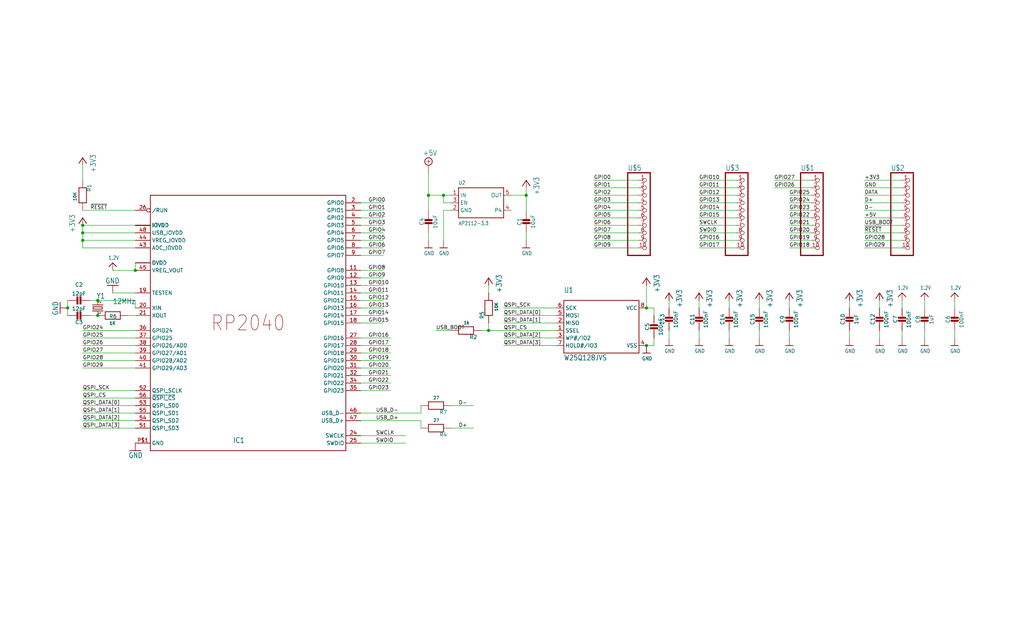
<source format=kicad_sch>
(kicad_sch (version 20230121) (generator eeschema)
  (paper "User" 346.024 210.007)
  (lib_symbols
    (symbol "RP2040Breakout-eagle-import:+3V3" (power)
      (property "Value" "+3V3" (at -2.54 -5.08 90))
      (symbol "+3V3_1_0"
        (polyline (pts (xy 0 0) (xy -1.27 -1.905)) (stroke (width 0.254)))
        (polyline (pts (xy 1.27 -1.905) (xy 0 0)) (stroke (width 0.254)))
        (pin power_in line (at 0 -2.54 90) (length 2.54) (name "+3V3") (number "1"))
      )
    )
    (symbol "RP2040Breakout-eagle-import:+5V" (power)
      (property "Value" "+5V" (at -1.905 3.175 0))
      (symbol "+5V_1_0"
        (polyline (pts (xy -0.635 1.27) (xy 0.635 1.27)) (stroke (width 0.1524)))
        (polyline (pts (xy 0 0.635) (xy 0 1.905)) (stroke (width 0.1524)))
        (circle (center 0 1.27) (radius 1.27) (stroke (width 0.254)))
        (pin power_in line (at 0 -2.54 90) (length 2.54) (name "+5V") (number "1"))
      )
    )
    (symbol "RP2040Breakout-eagle-import:1.2V" (power)
      (property "Value" "1.2V" (at -1.524 1.016 0))
      (symbol "1.2V_1_0"
        (polyline (pts (xy -1.27 -1.27) (xy 0 0)) (stroke (width 0.254)))
        (polyline (pts (xy 0 0) (xy 1.27 -1.27)) (stroke (width 0.254)))
        (pin power_in line (at 0 -2.54 90) (length 2.54) (name "1.2V") (number "1"))
      )
    )
    (symbol "RP2040Breakout-eagle-import:CAP_CERAMIC_0402NO"
      (property "Reference" "C" (at -2.29 1.25 90))
      (symbol "CAP_CERAMIC_0402NO_1_0"
        (rectangle (start -1.27 0.508) (end 1.27 1.016) (fill (type outline)))
        (rectangle (start -1.27 1.524) (end 1.27 2.032) (fill (type outline)))
        (polyline (pts (xy 0 0.762) (xy 0 0)) (stroke (width 0.1524)))
        (polyline (pts (xy 0 2.54) (xy 0 1.778)) (stroke (width 0.1524)))
        (pin passive line (at 0 5.08 270) (length 2.54) (name "1") (number "1"))
        (pin passive line (at 0 -2.54 90) (length 2.54) (name "2") (number "2"))
      )
    )
    (symbol "RP2040Breakout-eagle-import:CAP_CERAMIC_0805MP"
      (property "Reference" "C" (at -2.29 1.25 90))
      (symbol "CAP_CERAMIC_0805MP_1_0"
        (rectangle (start -1.27 0.508) (end 1.27 1.016) (fill (type outline)))
        (rectangle (start -1.27 1.524) (end 1.27 2.032) (fill (type outline)))
        (polyline (pts (xy 0 0.762) (xy 0 0)) (stroke (width 0.1524)))
        (polyline (pts (xy 0 2.54) (xy 0 1.778)) (stroke (width 0.1524)))
        (pin passive line (at 0 5.08 270) (length 2.54) (name "1") (number "1"))
        (pin passive line (at 0 -2.54 90) (length 2.54) (name "2") (number "2"))
      )
    )
    (symbol "RP2040Breakout-eagle-import:CRYSTALCRYSTAL-SMD-5X3-12MHZ"
      (property "Reference" "Y" (at 2.54 1.016 0))
      (symbol "CRYSTALCRYSTAL-SMD-5X3-12MHZ_1_0"
        (polyline (pts (xy -2.54 0) (xy -1.016 0)) (stroke (width 0.1524)))
        (polyline (pts (xy -1.016 1.778) (xy -1.016 -1.778)) (stroke (width 0.254)))
        (polyline (pts (xy -0.381 -1.524) (xy 0.381 -1.524)) (stroke (width 0.254)))
        (polyline (pts (xy -0.381 1.524) (xy -0.381 -1.524)) (stroke (width 0.254)))
        (polyline (pts (xy 0.381 -1.524) (xy 0.381 1.524)) (stroke (width 0.254)))
        (polyline (pts (xy 0.381 1.524) (xy -0.381 1.524)) (stroke (width 0.254)))
        (polyline (pts (xy 1.016 0) (xy 2.54 0)) (stroke (width 0.1524)))
        (polyline (pts (xy 1.016 1.778) (xy 1.016 -1.778)) (stroke (width 0.254)))
        (text "1" (at -2.159 -1.143 0) (effects (font (size 0.8636 0.734)) (justify left bottom)))
        (text "2" (at 1.524 -1.143 0) (effects (font (size 0.8636 0.734)) (justify left bottom)))
        (pin passive line (at -2.54 0 0) (length 0) (name "1") (number "1"))
        (pin passive line (at 2.54 0 180) (length 0) (name "2") (number "3"))
      )
    )
    (symbol "RP2040Breakout-eagle-import:GND" (power)
      (property "Value" "GND" (at -1.524 -2.54 0))
      (symbol "GND_1_0"
        (polyline (pts (xy -1.27 0) (xy 1.27 0)) (stroke (width 0.254)))
        (pin power_in line (at 0 2.54 270) (length 2.54) (name "GND") (number "1"))
      )
    )
    (symbol "RP2040Breakout-eagle-import:HEADER-1X10ROUND"
      (property "Reference" "JP" (at -6.35 13.335 0))
      (symbol "HEADER-1X10ROUND_1_0"
        (polyline (pts (xy -6.35 -15.24) (xy 1.27 -15.24)) (stroke (width 0.4064)))
        (polyline (pts (xy -6.35 12.7) (xy -6.35 -15.24)) (stroke (width 0.4064)))
        (polyline (pts (xy 1.27 -15.24) (xy 1.27 12.7)) (stroke (width 0.4064)))
        (polyline (pts (xy 1.27 12.7) (xy -6.35 12.7)) (stroke (width 0.4064)))
        (pin passive inverted (at -2.54 10.16 0) (length 2.54) (name "1") (number "1"))
        (pin passive inverted (at -2.54 -12.7 0) (length 2.54) (name "10") (number "10"))
        (pin passive inverted (at -2.54 7.62 0) (length 2.54) (name "2") (number "2"))
        (pin passive inverted (at -2.54 5.08 0) (length 2.54) (name "3") (number "3"))
        (pin passive inverted (at -2.54 2.54 0) (length 2.54) (name "4") (number "4"))
        (pin passive inverted (at -2.54 0 0) (length 2.54) (name "5") (number "5"))
        (pin passive inverted (at -2.54 -2.54 0) (length 2.54) (name "6") (number "6"))
        (pin passive inverted (at -2.54 -5.08 0) (length 2.54) (name "7") (number "7"))
        (pin passive inverted (at -2.54 -7.62 0) (length 2.54) (name "8") (number "8"))
        (pin passive inverted (at -2.54 -10.16 0) (length 2.54) (name "9") (number "9"))
      )
    )
    (symbol "RP2040Breakout-eagle-import:RESISTOR_0402NO"
      (property "Reference" "R" (at 0 2.54 0))
      (symbol "RESISTOR_0402NO_1_0"
        (polyline (pts (xy -2.54 -1.27) (xy -2.54 1.27)) (stroke (width 0.254)))
        (polyline (pts (xy -2.54 1.27) (xy 2.54 1.27)) (stroke (width 0.254)))
        (polyline (pts (xy 2.54 -1.27) (xy -2.54 -1.27)) (stroke (width 0.254)))
        (polyline (pts (xy 2.54 1.27) (xy 2.54 -1.27)) (stroke (width 0.254)))
        (pin passive line (at -5.08 0 0) (length 2.54) (name "1") (number "1"))
        (pin passive line (at 5.08 0 180) (length 2.54) (name "2") (number "2"))
      )
    )
    (symbol "RP2040Breakout-eagle-import:RP2040_QFN56"
      (property "Reference" "IC" (at -5.08 -40.64 0))
      (symbol "RP2040_QFN56_1_0"
        (polyline (pts (xy -33.02 -43.18) (xy -33.02 43.18)) (stroke (width 0.254)))
        (polyline (pts (xy -33.02 43.18) (xy 33.02 43.18)) (stroke (width 0.254)))
        (polyline (pts (xy 33.02 -43.18) (xy -33.02 -43.18)) (stroke (width 0.254)))
        (polyline (pts (xy 33.02 43.18) (xy 33.02 -43.18)) (stroke (width 0.254)))
        (text "RP2040" (at 0 0 0) (effects (font (size 5.08 4.318))))
        (pin power_in line (at -38.1 33.02 0) (length 5.08) (name "IOVDD") (number "1"))
        (pin power_in line (at -38.1 33.02 0) (length 5.08) (name "IOVDD") (number "10"))
        (pin bidirectional line (at 38.1 17.78 180) (length 5.08) (name "GPIO8") (number "11"))
        (pin bidirectional line (at 38.1 15.24 180) (length 5.08) (name "GPIO9") (number "12"))
        (pin bidirectional line (at 38.1 12.7 180) (length 5.08) (name "GPIO10") (number "13"))
        (pin bidirectional line (at 38.1 10.16 180) (length 5.08) (name "GPIO11") (number "14"))
        (pin bidirectional line (at 38.1 7.62 180) (length 5.08) (name "GPIO12") (number "15"))
        (pin bidirectional line (at 38.1 5.08 180) (length 5.08) (name "GPIO13") (number "16"))
        (pin bidirectional line (at 38.1 2.54 180) (length 5.08) (name "GPIO14") (number "17"))
        (pin bidirectional line (at 38.1 0 180) (length 5.08) (name "GPIO15") (number "18"))
        (pin input line (at -38.1 10.16 0) (length 5.08) (name "TESTEN") (number "19"))
        (pin bidirectional line (at 38.1 40.64 180) (length 5.08) (name "GPIO0") (number "2"))
        (pin input line (at -38.1 5.08 0) (length 5.08) (name "XIN") (number "20"))
        (pin output line (at -38.1 2.54 0) (length 5.08) (name "XOUT") (number "21"))
        (pin power_in line (at -38.1 33.02 0) (length 5.08) (name "IOVDD") (number "22"))
        (pin power_in line (at -38.1 20.32 0) (length 5.08) (name "DVDD") (number "23"))
        (pin bidirectional line (at 38.1 -38.1 180) (length 5.08) (name "SWCLK") (number "24"))
        (pin bidirectional line (at 38.1 -40.64 180) (length 5.08) (name "SWDIO") (number "25"))
        (pin bidirectional inverted (at -38.1 38.1 0) (length 5.08) (name "/RUN") (number "26"))
        (pin bidirectional line (at 38.1 -5.08 180) (length 5.08) (name "GPIO16") (number "27"))
        (pin bidirectional line (at 38.1 -7.62 180) (length 5.08) (name "GPIO17") (number "28"))
        (pin bidirectional line (at 38.1 -10.16 180) (length 5.08) (name "GPIO18") (number "29"))
        (pin bidirectional line (at 38.1 38.1 180) (length 5.08) (name "GPIO1") (number "3"))
        (pin bidirectional line (at 38.1 -12.7 180) (length 5.08) (name "GPIO19") (number "30"))
        (pin bidirectional line (at 38.1 -15.24 180) (length 5.08) (name "GPIO20") (number "31"))
        (pin bidirectional line (at 38.1 -17.78 180) (length 5.08) (name "GPIO21") (number "32"))
        (pin power_in line (at -38.1 33.02 0) (length 5.08) (name "IOVDD") (number "33"))
        (pin bidirectional line (at 38.1 -20.32 180) (length 5.08) (name "GPIO22") (number "34"))
        (pin bidirectional line (at 38.1 -22.86 180) (length 5.08) (name "GPIO23") (number "35"))
        (pin bidirectional line (at -38.1 -2.54 0) (length 5.08) (name "GPIO24") (number "36"))
        (pin bidirectional line (at -38.1 -5.08 0) (length 5.08) (name "GPIO25") (number "37"))
        (pin bidirectional line (at -38.1 -7.62 0) (length 5.08) (name "GPIO26/AD0") (number "38"))
        (pin bidirectional line (at -38.1 -10.16 0) (length 5.08) (name "GPIO27/AD1") (number "39"))
        (pin bidirectional line (at 38.1 35.56 180) (length 5.08) (name "GPIO2") (number "4"))
        (pin bidirectional line (at -38.1 -12.7 0) (length 5.08) (name "GPIO28/AD2") (number "40"))
        (pin bidirectional line (at -38.1 -15.24 0) (length 5.08) (name "GPIO29/AD3") (number "41"))
        (pin power_in line (at -38.1 33.02 0) (length 5.08) (name "IOVDD") (number "42"))
        (pin power_in line (at -38.1 25.4 0) (length 5.08) (name "ADC_IOVDD") (number "43"))
        (pin power_in line (at -38.1 27.94 0) (length 5.08) (name "VREG_IOVDD") (number "44"))
        (pin power_in line (at -38.1 17.78 0) (length 5.08) (name "VREG_VOUT") (number "45"))
        (pin bidirectional line (at 38.1 -30.48 180) (length 5.08) (name "USB_D-") (number "46"))
        (pin bidirectional line (at 38.1 -33.02 180) (length 5.08) (name "USB_D+") (number "47"))
        (pin power_in line (at -38.1 30.48 0) (length 5.08) (name "USB_IOVDD") (number "48"))
        (pin power_in line (at -38.1 33.02 0) (length 5.08) (name "IOVDD") (number "49"))
        (pin bidirectional line (at 38.1 33.02 180) (length 5.08) (name "GPIO3") (number "5"))
        (pin power_in line (at -38.1 20.32 0) (length 5.08) (name "DVDD") (number "50"))
        (pin bidirectional line (at -38.1 -35.56 0) (length 5.08) (name "QSPI_SD3") (number "51"))
        (pin bidirectional line (at -38.1 -22.86 0) (length 5.08) (name "QSPI_SCLK") (number "52"))
        (pin bidirectional line (at -38.1 -27.94 0) (length 5.08) (name "QSPI_SD0") (number "53"))
        (pin bidirectional line (at -38.1 -33.02 0) (length 5.08) (name "QSPI_SD2") (number "54"))
        (pin bidirectional line (at -38.1 -30.48 0) (length 5.08) (name "QSPI_SD1") (number "55"))
        (pin bidirectional line (at -38.1 -25.4 0) (length 5.08) (name "~{QSPI_CS}") (number "56"))
        (pin bidirectional line (at 38.1 30.48 180) (length 5.08) (name "GPIO4") (number "6"))
        (pin bidirectional line (at 38.1 27.94 180) (length 5.08) (name "GPIO5") (number "7"))
        (pin bidirectional line (at 38.1 25.4 180) (length 5.08) (name "GPIO6") (number "8"))
        (pin bidirectional line (at 38.1 22.86 180) (length 5.08) (name "GPIO7") (number "9"))
        (pin power_in line (at -38.1 -40.64 0) (length 5.08) (name "GND") (number "P$1"))
      )
    )
    (symbol "RP2040Breakout-eagle-import:SPIFLASH_8PIN208MIL"
      (property "Reference" "U" (at -12.7 12.7 0))
      (symbol "SPIFLASH_8PIN208MIL_1_0"
        (polyline (pts (xy -12.7 -7.62) (xy -12.7 10.16)) (stroke (width 0.254)))
        (polyline (pts (xy -12.7 10.16) (xy 12.7 10.16)) (stroke (width 0.254)))
        (polyline (pts (xy 12.7 -7.62) (xy -12.7 -7.62)) (stroke (width 0.254)))
        (polyline (pts (xy 12.7 10.16) (xy 12.7 -7.62)) (stroke (width 0.254)))
        (pin bidirectional line (at -15.24 0 0) (length 2.54) (name "SSEL") (number "1"))
        (pin bidirectional line (at -15.24 2.54 0) (length 2.54) (name "MISO") (number "2"))
        (pin bidirectional line (at -15.24 -2.54 0) (length 2.54) (name "WP#/IO2") (number "3"))
        (pin bidirectional line (at 15.24 -5.08 180) (length 2.54) (name "VSS") (number "4"))
        (pin bidirectional line (at -15.24 5.08 0) (length 2.54) (name "MOSI") (number "5"))
        (pin bidirectional line (at -15.24 7.62 0) (length 2.54) (name "SCK") (number "6"))
        (pin bidirectional line (at -15.24 -5.08 0) (length 2.54) (name "HOLD#/IO3") (number "7"))
        (pin bidirectional line (at 15.24 7.62 180) (length 2.54) (name "VCC") (number "8"))
      )
    )
    (symbol "RP2040Breakout-eagle-import:VREG_SOT23-5"
      (property "Reference" "U" (at -7.62 6.096 0))
      (symbol "VREG_SOT23-5_1_0"
        (polyline (pts (xy -7.62 -5.08) (xy -7.62 5.08)) (stroke (width 0.254)))
        (polyline (pts (xy -7.62 5.08) (xy 7.62 5.08)) (stroke (width 0.254)))
        (polyline (pts (xy 7.62 -5.08) (xy -7.62 -5.08)) (stroke (width 0.254)))
        (polyline (pts (xy 7.62 5.08) (xy 7.62 -5.08)) (stroke (width 0.254)))
        (pin power_in line (at -10.16 2.54 0) (length 2.54) (name "IN") (number "1"))
        (pin power_in line (at -10.16 -2.54 0) (length 2.54) (name "GND") (number "2"))
        (pin input line (at -10.16 0 0) (length 2.54) (name "EN") (number "3"))
        (pin bidirectional line (at 10.16 -2.54 180) (length 2.54) (name "P4") (number "4"))
        (pin power_in line (at 10.16 2.54 180) (length 2.54) (name "OUT") (number "5"))
      )
    )
    (symbol "RP2040Breakout-eagle-import:supply1_GND" (power)
      (property "Value" "supply1_GND" (at -2.54 -2.54 0))
      (symbol "supply1_GND_1_0"
        (polyline (pts (xy -1.905 0) (xy 1.905 0)) (stroke (width 0.254)))
        (pin power_in line (at 0 2.54 270) (length 2.54) (name "GND") (number "1"))
      )
    )
  )
  (junction (at 149.86 66.04))
  (junction (at 144.78 66.04))
  (junction (at 218.44 104.14))
  (junction (at 177.8 66.04))
  (junction (at 33.02 101.6))
  (junction (at 45.72 91.44))
  (junction (at 165.1 111.76))
  (junction (at 33.02 106.68))
  (junction (at 27.94 76.2))
  (junction (at 22.86 104.14))
  (junction (at 27.94 78.74))
  (junction (at 218.44 116.84))
  (junction (at 27.94 81.28))
  (wire (pts (xy 27.94 119.38) (xy 45.72 119.38)) (stroke (width 0.1524)))
  (wire (pts (xy 129.54 71.12) (xy 121.92 71.12)) (stroke (width 0.1524)))
  (wire (pts (xy 312.42 101.6) (xy 312.42 104.14)) (stroke (width 0.1524)))
  (wire (pts (xy 121.92 109.22) (xy 129.54 109.22)) (stroke (width 0.1524)))
  (wire (pts (xy 137.16 147.32) (xy 121.92 147.32)) (stroke (width 0.1524)))
  (wire (pts (xy 144.78 78.74) (xy 144.78 81.28)) (stroke (width 0.1524)))
  (wire (pts (xy 27.94 81.28) (xy 27.94 78.74)) (stroke (width 0.1524)))
  (wire (pts (xy 200.66 83.82) (xy 215.9 83.82)) (stroke (width 0.1524)))
  (wire (pts (xy 121.92 142.24) (xy 142.24 142.24)) (stroke (width 0.1524)))
  (wire (pts (xy 45.72 99.06) (xy 38.1 99.06)) (stroke (width 0.1524)))
  (wire (pts (xy 274.32 76.2) (xy 266.7 76.2)) (stroke (width 0.1524)))
  (wire (pts (xy 274.32 83.82) (xy 266.7 83.82)) (stroke (width 0.1524)))
  (wire (pts (xy 121.92 106.68) (xy 129.54 106.68)) (stroke (width 0.1524)))
  (wire (pts (xy 246.38 101.6) (xy 246.38 104.14)) (stroke (width 0.1524)))
  (wire (pts (xy 27.94 71.12) (xy 45.72 71.12)) (stroke (width 0.1524)))
  (wire (pts (xy 200.66 78.74) (xy 215.9 78.74)) (stroke (width 0.1524)))
  (wire (pts (xy 218.44 96.52) (xy 218.44 104.14)) (stroke (width 0.1524)))
  (wire (pts (xy 45.72 116.84) (xy 27.94 116.84)) (stroke (width 0.1524)))
  (wire (pts (xy 121.92 93.98) (xy 129.54 93.98)) (stroke (width 0.1524)))
  (wire (pts (xy 274.32 66.04) (xy 266.7 66.04)) (stroke (width 0.1524)))
  (wire (pts (xy 292.1 66.04) (xy 304.8 66.04)) (stroke (width 0.1524)))
  (wire (pts (xy 292.1 63.5) (xy 304.8 63.5)) (stroke (width 0.1524)))
  (wire (pts (xy 121.92 114.3) (xy 132.08 114.3)) (stroke (width 0.1524)))
  (wire (pts (xy 200.66 68.58) (xy 215.9 68.58)) (stroke (width 0.1524)))
  (wire (pts (xy 142.24 142.24) (xy 142.24 144.78)) (stroke (width 0.1524)))
  (wire (pts (xy 27.94 83.82) (xy 27.94 81.28)) (stroke (width 0.1524)))
  (wire (pts (xy 27.94 124.46) (xy 45.72 124.46)) (stroke (width 0.1524)))
  (wire (pts (xy 177.8 66.04) (xy 177.8 71.12)) (stroke (width 0.1524)))
  (wire (pts (xy 121.92 127) (xy 132.08 127)) (stroke (width 0.1524)))
  (wire (pts (xy 170.18 106.68) (xy 187.96 106.68)) (stroke (width 0.1524)))
  (wire (pts (xy 322.58 101.6) (xy 322.58 104.14)) (stroke (width 0.1524)))
  (wire (pts (xy 121.92 76.2) (xy 129.54 76.2)) (stroke (width 0.1524)))
  (wire (pts (xy 246.38 111.76) (xy 246.38 114.3)) (stroke (width 0.1524)))
  (wire (pts (xy 162.56 111.76) (xy 165.1 111.76)) (stroke (width 0.1524)))
  (wire (pts (xy 236.22 63.5) (xy 248.92 63.5)) (stroke (width 0.1524)))
  (wire (pts (xy 121.92 116.84) (xy 132.08 116.84)) (stroke (width 0.1524)))
  (wire (pts (xy 45.72 114.3) (xy 27.94 114.3)) (stroke (width 0.1524)))
  (wire (pts (xy 152.4 71.12) (xy 149.86 71.12)) (stroke (width 0.1524)))
  (wire (pts (xy 121.92 101.6) (xy 129.54 101.6)) (stroke (width 0.1524)))
  (wire (pts (xy 248.92 81.28) (xy 236.22 81.28)) (stroke (width 0.1524)))
  (wire (pts (xy 121.92 73.66) (xy 129.54 73.66)) (stroke (width 0.1524)))
  (wire (pts (xy 226.06 101.6) (xy 226.06 104.14)) (stroke (width 0.1524)))
  (wire (pts (xy 45.72 101.6) (xy 45.72 104.14)) (stroke (width 0.1524)))
  (wire (pts (xy 149.86 68.58) (xy 152.4 68.58)) (stroke (width 0.1524)))
  (wire (pts (xy 121.92 104.14) (xy 129.54 104.14)) (stroke (width 0.1524)))
  (wire (pts (xy 144.78 71.12) (xy 144.78 66.04)) (stroke (width 0.1524)))
  (wire (pts (xy 45.72 76.2) (xy 27.94 76.2)) (stroke (width 0.1524)))
  (wire (pts (xy 236.22 68.58) (xy 248.92 68.58)) (stroke (width 0.1524)))
  (wire (pts (xy 172.72 66.04) (xy 177.8 66.04)) (stroke (width 0.1524)))
  (wire (pts (xy 22.86 106.68) (xy 22.86 104.14)) (stroke (width 0.1524)))
  (wire (pts (xy 292.1 73.66) (xy 304.8 73.66)) (stroke (width 0.1524)))
  (wire (pts (xy 152.4 137.16) (xy 160.02 137.16)) (stroke (width 0.1524)))
  (wire (pts (xy 45.72 78.74) (xy 27.94 78.74)) (stroke (width 0.1524)))
  (wire (pts (xy 165.1 96.52) (xy 165.1 99.06)) (stroke (width 0.1524)))
  (wire (pts (xy 200.66 63.5) (xy 215.9 63.5)) (stroke (width 0.1524)))
  (wire (pts (xy 165.1 109.22) (xy 165.1 111.76)) (stroke (width 0.1524)))
  (wire (pts (xy 187.96 114.3) (xy 170.18 114.3)) (stroke (width 0.1524)))
  (wire (pts (xy 149.86 71.12) (xy 149.86 81.28)) (stroke (width 0.1524)))
  (wire (pts (xy 220.98 116.84) (xy 218.44 116.84)) (stroke (width 0.1524)))
  (wire (pts (xy 292.1 83.82) (xy 304.8 83.82)) (stroke (width 0.1524)))
  (wire (pts (xy 121.92 91.44) (xy 129.54 91.44)) (stroke (width 0.1524)))
  (wire (pts (xy 121.92 149.86) (xy 137.16 149.86)) (stroke (width 0.1524)))
  (wire (pts (xy 274.32 60.96) (xy 261.62 60.96)) (stroke (width 0.1524)))
  (wire (pts (xy 152.4 66.04) (xy 149.86 66.04)) (stroke (width 0.1524)))
  (wire (pts (xy 256.54 111.76) (xy 256.54 114.3)) (stroke (width 0.1524)))
  (wire (pts (xy 45.72 88.9) (xy 45.72 91.44)) (stroke (width 0.1524)))
  (wire (pts (xy 121.92 119.38) (xy 132.08 119.38)) (stroke (width 0.1524)))
  (wire (pts (xy 121.92 81.28) (xy 129.54 81.28)) (stroke (width 0.1524)))
  (wire (pts (xy 27.94 144.78) (xy 45.72 144.78)) (stroke (width 0.1524)))
  (wire (pts (xy 236.22 111.76) (xy 236.22 114.3)) (stroke (width 0.1524)))
  (wire (pts (xy 187.96 109.22) (xy 170.18 109.22)) (stroke (width 0.1524)))
  (wire (pts (xy 200.66 60.96) (xy 215.9 60.96)) (stroke (width 0.1524)))
  (wire (pts (xy 274.32 73.66) (xy 266.7 73.66)) (stroke (width 0.1524)))
  (wire (pts (xy 121.92 68.58) (xy 129.54 68.58)) (stroke (width 0.1524)))
  (wire (pts (xy 121.92 99.06) (xy 129.54 99.06)) (stroke (width 0.1524)))
  (wire (pts (xy 27.94 111.76) (xy 45.72 111.76)) (stroke (width 0.1524)))
  (wire (pts (xy 27.94 139.7) (xy 45.72 139.7)) (stroke (width 0.1524)))
  (wire (pts (xy 121.92 83.82) (xy 129.54 83.82)) (stroke (width 0.1524)))
  (wire (pts (xy 287.02 111.76) (xy 287.02 114.3)) (stroke (width 0.1524)))
  (wire (pts (xy 248.92 83.82) (xy 236.22 83.82)) (stroke (width 0.1524)))
  (wire (pts (xy 236.22 101.6) (xy 236.22 104.14)) (stroke (width 0.1524)))
  (wire (pts (xy 304.8 101.6) (xy 304.8 104.14)) (stroke (width 0.1524)))
  (wire (pts (xy 30.48 106.68) (xy 33.02 106.68)) (stroke (width 0.1524)))
  (wire (pts (xy 27.94 142.24) (xy 45.72 142.24)) (stroke (width 0.1524)))
  (wire (pts (xy 304.8 60.96) (xy 292.1 60.96)) (stroke (width 0.1524)))
  (wire (pts (xy 236.22 60.96) (xy 248.92 60.96)) (stroke (width 0.1524)))
  (wire (pts (xy 121.92 124.46) (xy 132.08 124.46)) (stroke (width 0.1524)))
  (wire (pts (xy 33.02 101.6) (xy 30.48 101.6)) (stroke (width 0.1524)))
  (wire (pts (xy 287.02 101.6) (xy 287.02 104.14)) (stroke (width 0.1524)))
  (wire (pts (xy 292.1 71.12) (xy 304.8 71.12)) (stroke (width 0.1524)))
  (wire (pts (xy 215.9 66.04) (xy 200.66 66.04)) (stroke (width 0.1524)))
  (wire (pts (xy 22.86 104.14) (xy 22.86 101.6)) (stroke (width 0.1524)))
  (wire (pts (xy 33.02 101.6) (xy 45.72 101.6)) (stroke (width 0.1524)))
  (wire (pts (xy 152.4 144.78) (xy 160.02 144.78)) (stroke (width 0.1524)))
  (wire (pts (xy 236.22 78.74) (xy 248.92 78.74)) (stroke (width 0.1524)))
  (wire (pts (xy 322.58 111.76) (xy 322.58 114.3)) (stroke (width 0.1524)))
  (wire (pts (xy 200.66 81.28) (xy 215.9 81.28)) (stroke (width 0.1524)))
  (wire (pts (xy 45.72 134.62) (xy 27.94 134.62)) (stroke (width 0.1524)))
  (wire (pts (xy 170.18 116.84) (xy 187.96 116.84)) (stroke (width 0.1524)))
  (wire (pts (xy 266.7 101.6) (xy 266.7 104.14)) (stroke (width 0.1524)))
  (wire (pts (xy 200.66 71.12) (xy 215.9 71.12)) (stroke (width 0.1524)))
  (wire (pts (xy 274.32 81.28) (xy 266.7 81.28)) (stroke (width 0.1524)))
  (wire (pts (xy 177.8 63.5) (xy 177.8 66.04)) (stroke (width 0.1524)))
  (wire (pts (xy 27.94 78.74) (xy 27.94 76.2)) (stroke (width 0.1524)))
  (wire (pts (xy 297.18 111.76) (xy 297.18 114.3)) (stroke (width 0.1524)))
  (wire (pts (xy 304.8 111.76) (xy 304.8 114.3)) (stroke (width 0.1524)))
  (wire (pts (xy 274.32 78.74) (xy 266.7 78.74)) (stroke (width 0.1524)))
  (wire (pts (xy 312.42 111.76) (xy 312.42 114.3)) (stroke (width 0.1524)))
  (wire (pts (xy 236.22 66.04) (xy 248.92 66.04)) (stroke (width 0.1524)))
  (wire (pts (xy 144.78 58.42) (xy 144.78 66.04)) (stroke (width 0.1524)))
  (wire (pts (xy 292.1 81.28) (xy 304.8 81.28)) (stroke (width 0.1524)))
  (wire (pts (xy 121.92 96.52) (xy 129.54 96.52)) (stroke (width 0.1524)))
  (wire (pts (xy 121.92 132.08) (xy 132.08 132.08)) (stroke (width 0.1524)))
  (wire (pts (xy 256.54 101.6) (xy 256.54 104.14)) (stroke (width 0.1524)))
  (wire (pts (xy 142.24 139.7) (xy 142.24 137.16)) (stroke (width 0.1524)))
  (wire (pts (xy 218.44 104.14) (xy 220.98 104.14)) (stroke (width 0.1524)))
  (wire (pts (xy 121.92 121.92) (xy 132.08 121.92)) (stroke (width 0.1524)))
  (wire (pts (xy 149.86 66.04) (xy 149.86 68.58)) (stroke (width 0.1524)))
  (wire (pts (xy 274.32 68.58) (xy 266.7 68.58)) (stroke (width 0.1524)))
  (wire (pts (xy 236.22 76.2) (xy 248.92 76.2)) (stroke (width 0.1524)))
  (wire (pts (xy 43.18 106.68) (xy 45.72 106.68)) (stroke (width 0.1524)))
  (wire (pts (xy 45.72 121.92) (xy 27.94 121.92)) (stroke (width 0.1524)))
  (wire (pts (xy 292.1 68.58) (xy 304.8 68.58)) (stroke (width 0.1524)))
  (wire (pts (xy 152.4 111.76) (xy 147.32 111.76)) (stroke (width 0.1524)))
  (wire (pts (xy 236.22 73.66) (xy 248.92 73.66)) (stroke (width 0.1524)))
  (wire (pts (xy 220.98 114.3) (xy 220.98 116.84)) (stroke (width 0.1524)))
  (wire (pts (xy 45.72 132.08) (xy 27.94 132.08)) (stroke (width 0.1524)))
  (wire (pts (xy 304.8 78.74) (xy 292.1 78.74)) (stroke (width 0.1524)))
  (wire (pts (xy 144.78 66.04) (xy 149.86 66.04)) (stroke (width 0.1524)))
  (wire (pts (xy 274.32 71.12) (xy 266.7 71.12)) (stroke (width 0.1524)))
  (wire (pts (xy 226.06 111.76) (xy 226.06 114.3)) (stroke (width 0.1524)))
  (wire (pts (xy 266.7 111.76) (xy 266.7 114.3)) (stroke (width 0.1524)))
  (wire (pts (xy 121.92 86.36) (xy 129.54 86.36)) (stroke (width 0.1524)))
  (wire (pts (xy 165.1 111.76) (xy 187.96 111.76)) (stroke (width 0.1524)))
  (wire (pts (xy 236.22 71.12) (xy 248.92 71.12)) (stroke (width 0.1524)))
  (wire (pts (xy 45.72 81.28) (xy 27.94 81.28)) (stroke (width 0.1524)))
  (wire (pts (xy 297.18 101.6) (xy 297.18 104.14)) (stroke (width 0.1524)))
  (wire (pts (xy 38.1 91.44) (xy 45.72 91.44)) (stroke (width 0.1524)))
  (wire (pts (xy 121.92 139.7) (xy 142.24 139.7)) (stroke (width 0.1524)))
  (wire (pts (xy 121.92 129.54) (xy 132.08 129.54)) (stroke (width 0.1524)))
  (wire (pts (xy 200.66 76.2) (xy 215.9 76.2)) (stroke (width 0.1524)))
  (wire (pts (xy 27.94 137.16) (xy 45.72 137.16)) (stroke (width 0.1524)))
  (wire (pts (xy 274.32 63.5) (xy 261.62 63.5)) (stroke (width 0.1524)))
  (wire (pts (xy 220.98 104.14) (xy 220.98 106.68)) (stroke (width 0.1524)))
  (wire (pts (xy 45.72 83.82) (xy 27.94 83.82)) (stroke (width 0.1524)))
  (wire (pts (xy 27.94 55.88) (xy 27.94 60.96)) (stroke (width 0.1524)))
  (wire (pts (xy 200.66 73.66) (xy 215.9 73.66)) (stroke (width 0.1524)))
  (wire (pts (xy 187.96 104.14) (xy 170.18 104.14)) (stroke (width 0.1524)))
  (wire (pts (xy 121.92 78.74) (xy 129.54 78.74)) (stroke (width 0.1524)))
  (wire (pts (xy 304.8 76.2) (xy 292.1 76.2)) (stroke (width 0.1524)))
  (wire (pts (xy 177.8 78.74) (xy 177.8 81.28)) (stroke (width 0.1524)))
  (label "GPIO13" (at 236.22 68.58 0) (effects (font (size 1.2446 1.2446))))
  (label "GPIO26" (at 27.94 116.84 0) (effects (font (size 1.2446 1.2446))))
  (label "GPIO19" (at 266.7 81.28 0) (effects (font (size 1.2446 1.2446))))
  (label "QSPI_CS" (at 170.18 111.76 0) (effects (font (size 1.2446 1.2446))))
  (label "GPIO19" (at 124.46 121.92 0) (effects (font (size 1.2446 1.2446))))
  (label "D-" (at 292.1 71.12 0) (effects (font (size 1.2446 1.2446))))
  (label "USB_BOOT" (at 147.32 111.76 0) (effects (font (size 1.2446 1.2446))))
  (label "GPIO6" (at 200.66 76.2 0) (effects (font (size 1.2446 1.2446))))
  (label "SWCLK" (at 236.22 76.2 0) (effects (font (size 1.2446 1.2446))))
  (label "GPIO3" (at 124.46 76.2 0) (effects (font (size 1.2446 1.2446))))
  (label "GPIO7" (at 124.46 86.36 0) (effects (font (size 1.2446 1.2446))))
  (label "USB_D-" (at 127 139.7 0) (effects (font (size 1.2446 1.2446))))
  (label "USB_D+" (at 127 142.24 0) (effects (font (size 1.2446 1.2446))))
  (label "GPIO16" (at 124.46 114.3 0) (effects (font (size 1.2446 1.2446))))
  (label "GPIO29" (at 27.94 124.46 0) (effects (font (size 1.2446 1.2446))))
  (label "GPIO4" (at 124.46 78.74 0) (effects (font (size 1.2446 1.2446))))
  (label "GPIO1" (at 124.46 71.12 0) (effects (font (size 1.2446 1.2446))))
  (label "~{RESET}" (at 30.48 71.12 0) (effects (font (size 1.2446 1.2446))))
  (label "GPIO18" (at 124.46 119.38 0) (effects (font (size 1.2446 1.2446))))
  (label "GPIO9" (at 124.46 93.98 0) (effects (font (size 1.2446 1.2446))))
  (label "GPIO26" (at 261.62 63.5 0) (effects (font (size 1.2446 1.2446))))
  (label "GPIO27" (at 27.94 119.38 0) (effects (font (size 1.2446 1.2446))))
  (label "GPIO22" (at 124.46 129.54 0) (effects (font (size 1.2446 1.2446))))
  (label "GPIO10" (at 124.46 96.52 0) (effects (font (size 1.2446 1.2446))))
  (label "GPIO18" (at 266.7 83.82 0) (effects (font (size 1.2446 1.2446))))
  (label "USB_BOOT" (at 292.1 76.2 0) (effects (font (size 1.2446 1.2446))))
  (label "GPIO8" (at 124.46 91.44 0) (effects (font (size 1.2446 1.2446))))
  (label "GPIO21" (at 124.46 127 0) (effects (font (size 1.2446 1.2446))))
  (label "D+" (at 154.94 144.78 0) (effects (font (size 1.2446 1.2446))))
  (label "GND" (at 292.1 63.5 0) (effects (font (size 1.2446 1.2446))))
  (label "GPIO9" (at 200.66 83.82 0) (effects (font (size 1.2446 1.2446))))
  (label "GPIO8" (at 200.66 81.28 0) (effects (font (size 1.2446 1.2446))))
  (label "GPIO25" (at 266.7 66.04 0) (effects (font (size 1.2446 1.2446))))
  (label "D+" (at 292.1 68.58 0) (effects (font (size 1.2446 1.2446))))
  (label "GPIO23" (at 124.46 132.08 0) (effects (font (size 1.2446 1.2446))))
  (label "GPIO29" (at 292.1 83.82 0) (effects (font (size 1.2446 1.2446))))
  (label "GPIO14" (at 124.46 106.68 0) (effects (font (size 1.2446 1.2446))))
  (label "GPIO24" (at 266.7 68.58 0) (effects (font (size 1.2446 1.2446))))
  (label "GPIO4" (at 200.66 71.12 0) (effects (font (size 1.2446 1.2446))))
  (label "SWDIO" (at 127 149.86 0) (effects (font (size 1.2446 1.2446))))
  (label "GPIO3" (at 200.66 68.58 0) (effects (font (size 1.2446 1.2446))))
  (label "QSPI_DATA[2]" (at 27.94 142.24 0) (effects (font (size 1.2446 1.2446))))
  (label "GPIO17" (at 236.22 83.82 0) (effects (font (size 1.2446 1.2446))))
  (label "+5V" (at 292.1 73.66 0) (effects (font (size 1.2446 1.2446))))
  (label "D-" (at 154.94 137.16 0) (effects (font (size 1.2446 1.2446))))
  (label "GPIO7" (at 200.66 78.74 0) (effects (font (size 1.2446 1.2446))))
  (label "GPIO2" (at 124.46 73.66 0) (effects (font (size 1.2446 1.2446))))
  (label "QSPI_DATA[2]" (at 170.18 114.3 0) (effects (font (size 1.2446 1.2446))))
  (label "GPIO12" (at 124.46 101.6 0) (effects (font (size 1.2446 1.2446))))
  (label "QSPI_DATA[0]" (at 27.94 137.16 0) (effects (font (size 1.2446 1.2446))))
  (label "GPIO1" (at 200.66 63.5 0) (effects (font (size 1.2446 1.2446))))
  (label "GPIO25" (at 27.94 114.3 0) (effects (font (size 1.2446 1.2446))))
  (label "GPIO11" (at 124.46 99.06 0) (effects (font (size 1.2446 1.2446))))
  (label "DATA" (at 292.1 66.04 0) (effects (font (size 1.2446 1.2446))))
  (label "GPIO6" (at 124.46 83.82 0) (effects (font (size 1.2446 1.2446))))
  (label "GPIO28" (at 292.1 81.28 0) (effects (font (size 1.2446 1.2446))))
  (label "GPIO11" (at 236.22 63.5 0) (effects (font (size 1.2446 1.2446))))
  (label "GPIO20" (at 266.7 78.74 0) (effects (font (size 1.2446 1.2446))))
  (label "GPIO23" (at 266.7 71.12 0) (effects (font (size 1.2446 1.2446))))
  (label "GPIO10" (at 236.22 60.96 0) (effects (font (size 1.2446 1.2446))))
  (label "SWDIO" (at 236.22 78.74 0) (effects (font (size 1.2446 1.2446))))
  (label "QSPI_SCK" (at 170.18 104.14 0) (effects (font (size 1.2446 1.2446))))
  (label "GPIO15" (at 236.22 73.66 0) (effects (font (size 1.2446 1.2446))))
  (label "GPIO5" (at 124.46 81.28 0) (effects (font (size 1.2446 1.2446))))
  (label "GPIO13" (at 124.46 104.14 0) (effects (font (size 1.2446 1.2446))))
  (label "GPIO27" (at 261.62 60.96 0) (effects (font (size 1.2446 1.2446))))
  (label "GPIO0" (at 200.66 60.96 0) (effects (font (size 1.2446 1.2446))))
  (label "+3V3" (at 292.1 60.96 0) (effects (font (size 1.2446 1.2446))))
  (label "QSPI_DATA[1]" (at 170.18 109.22 0) (effects (font (size 1.2446 1.2446))))
  (label "GPIO24" (at 27.94 111.76 0) (effects (font (size 1.2446 1.2446))))
  (label "~{RESET}" (at 292.1 78.74 0) (effects (font (size 1.2446 1.2446))))
  (label "GPIO16" (at 236.22 81.28 0) (effects (font (size 1.2446 1.2446))))
  (label "QSPI_CS" (at 27.94 134.62 0) (effects (font (size 1.2446 1.2446))))
  (label "GPIO15" (at 124.46 109.22 0) (effects (font (size 1.2446 1.2446))))
  (label "GPIO20" (at 124.46 124.46 0) (effects (font (size 1.2446 1.2446))))
  (label "GPIO22" (at 266.7 73.66 0) (effects (font (size 1.2446 1.2446))))
  (label "QSPI_SCK" (at 27.94 132.08 0) (effects (font (size 1.2446 1.2446))))
  (label "GPIO17" (at 124.46 116.84 0) (effects (font (size 1.2446 1.2446))))
  (label "SWCLK" (at 127 147.32 0) (effects (font (size 1.2446 1.2446))))
  (label "GPIO0" (at 124.46 68.58 0) (effects (font (size 1.2446 1.2446))))
  (label "GPIO14" (at 236.22 71.12 0) (effects (font (size 1.2446 1.2446))))
  (label "GPIO28" (at 27.94 121.92 0) (effects (font (size 1.2446 1.2446))))
  (label "QSPI_DATA[0]" (at 170.18 106.68 0) (effects (font (size 1.2446 1.2446))))
  (label "GPIO21" (at 266.7 76.2 0) (effects (font (size 1.2446 1.2446))))
  (label "QSPI_DATA[1]" (at 27.94 139.7 0) (effects (font (size 1.2446 1.2446))))
  (label "QSPI_DATA[3]" (at 170.18 116.84 0) (effects (font (size 1.2446 1.2446))))
  (label "GPIO2" (at 200.66 66.04 0) (effects (font (size 1.2446 1.2446))))
  (label "QSPI_DATA[3]" (at 27.94 144.78 0) (effects (font (size 1.2446 1.2446))))
  (label "GPIO12" (at 236.22 66.04 0) (effects (font (size 1.2446 1.2446))))
  (label "GPIO5" (at 200.66 73.66 0) (effects (font (size 1.2446 1.2446))))
  (symbol (lib_id "RP2040Breakout-eagle-import:GND") (at 312.42 116.84 0) (unit 1)
    (property "Reference" "#U$14" (effects hide))
    (property "Value" "GND" (at 310.896 119.38 0) (effects (font (size 1.27 1.0795)) (justify left bottom)))
  )
  (symbol (lib_id "RP2040Breakout-eagle-import:+3V3") (at 287.02 99.06 0) (mirror y) (unit 1)
    (property "Reference" "#+3V14" (effects hide))
    (property "Value" "+3V3" (at 289.56 104.14 90) (effects (font (size 1.778 1.5113)) (justify left bottom)))
  )
  (symbol (lib_id "RP2040Breakout-eagle-import:supply1_GND") (at 38.1 96.52 0) (mirror x) (unit 1)
    (property "Reference" "#GND1" (effects hide))
    (property "Value" "GND" (at 35.56 93.98 0) (effects (font (size 1.778 1.5113)) (justify left bottom)))
  )
  (symbol (lib_id "RP2040Breakout-eagle-import:1.2V") (at 312.42 99.06 0) (unit 1)
    (property "Reference" "#U$15" (effects hide))
    (property "Value" "1.2V" (at 310.896 98.044 0) (effects (font (size 1.27 1.0795)) (justify left bottom)))
  )
  (symbol (lib_id "RP2040Breakout-eagle-import:CAP_CERAMIC_0402NO") (at 236.22 109.22 0) (unit 1)
    (property "Reference" "C11" (at 233.93 107.97 90))
    (property "Value" "100nF" (at 238.52 107.97 90))
    (property "Footprint" "RP2040Breakout:_0402NO" (effects hide))
    (property "MFR" "CL05B104KO5NNNC" (effects hide))
    (property "LCSC" "C1525" (effects hide))
  )
  (symbol (lib_id "RP2040Breakout-eagle-import:1.2V") (at 304.8 99.06 0) (unit 1)
    (property "Reference" "#U$21" (effects hide))
    (property "Value" "1.2V" (at 303.276 98.044 0) (effects (font (size 1.27 1.0795)) (justify left bottom)))
  )
  (symbol (lib_id "RP2040Breakout-eagle-import:+3V3") (at 236.22 99.06 0) (mirror y) (unit 1)
    (property "Reference" "#+3V9" (effects hide))
    (property "Value" "+3V3" (at 238.76 104.14 90) (effects (font (size 1.778 1.5113)) (justify left bottom)))
  )
  (symbol (lib_id "RP2040Breakout-eagle-import:CAP_CERAMIC_0402NO") (at 304.8 109.22 0) (unit 1)
    (property "Reference" "C7" (at 302.51 107.97 90))
    (property "Value" "100nF" (at 307.1 107.97 90))
    (property "Footprint" "RP2040Breakout:_0402NO" (effects hide))
    (property "MFR" "CL05B104KO5NNNC" (effects hide))
    (property "LCSC" "C1525" (effects hide))
  )
  (symbol (lib_id "RP2040Breakout-eagle-import:GND") (at 236.22 116.84 0) (unit 1)
    (property "Reference" "#U$8" (effects hide))
    (property "Value" "GND" (at 234.696 119.38 0) (effects (font (size 1.27 1.0795)) (justify left bottom)))
  )
  (symbol (lib_id "RP2040Breakout-eagle-import:GND") (at 266.7 116.84 0) (unit 1)
    (property "Reference" "#U$11" (effects hide))
    (property "Value" "GND" (at 265.176 119.38 0) (effects (font (size 1.27 1.0795)) (justify left bottom)))
  )
  (symbol (lib_id "RP2040Breakout-eagle-import:GND") (at 297.18 116.84 0) (unit 1)
    (property "Reference" "#U$17" (effects hide))
    (property "Value" "GND" (at 295.656 119.38 0) (effects (font (size 1.27 1.0795)) (justify left bottom)))
  )
  (symbol (lib_id "RP2040Breakout-eagle-import:GND") (at 287.02 116.84 0) (unit 1)
    (property "Reference" "#U$13" (effects hide))
    (property "Value" "GND" (at 285.496 119.38 0) (effects (font (size 1.27 1.0795)) (justify left bottom)))
  )
  (symbol (lib_id "RP2040Breakout-eagle-import:supply1_GND") (at 20.32 104.14 270) (mirror x) (unit 1)
    (property "Reference" "#GND9" (effects hide))
    (property "Value" "GND" (at 17.78 106.68 0) (effects (font (size 1.778 1.5113)) (justify left bottom)))
  )
  (symbol (lib_id "RP2040Breakout-eagle-import:+3V3") (at 297.18 99.06 0) (mirror y) (unit 1)
    (property "Reference" "#+3V2" (effects hide))
    (property "Value" "+3V3" (at 299.72 104.14 90) (effects (font (size 1.778 1.5113)) (justify left bottom)))
  )
  (symbol (lib_id "RP2040Breakout-eagle-import:1.2V") (at 38.1 88.9 0) (unit 1)
    (property "Reference" "#U$4" (effects hide))
    (property "Value" "1.2V" (at 36.576 87.884 0) (effects (font (size 1.27 1.0795)) (justify left bottom)))
  )
  (symbol (lib_id "RP2040Breakout-eagle-import:CAP_CERAMIC_0402NO") (at 266.7 109.22 0) (unit 1)
    (property "Reference" "C9" (at 264.41 107.97 90))
    (property "Value" "100nF" (at 269 107.97 90))
    (property "Footprint" "RP2040Breakout:_0402NO" (effects hide))
    (property "MFR" "CL05B104KO5NNNC" (effects hide))
    (property "LCSC" "C1525" (effects hide))
  )
  (symbol (lib_id "RP2040Breakout-eagle-import:GND") (at 246.38 116.84 0) (unit 1)
    (property "Reference" "#U$9" (effects hide))
    (property "Value" "GND" (at 244.856 119.38 0) (effects (font (size 1.27 1.0795)) (justify left bottom)))
  )
  (symbol (lib_id "RP2040Breakout-eagle-import:RESISTOR_0402NO") (at 38.1 106.68 0) (unit 1)
    (property "Reference" "R6" (at 36.83 107.7214 0) (effects (justify left bottom)))
    (property "Value" "1K" (at 36.83 109.982 0) (effects (font (size 1.016 1.016) bold) (justify left bottom)))
    (property "Footprint" "RP2040Breakout:_0402NO" (effects hide))
    (property "MFR" "RC-02K102JT" (effects hide))
    (property "LCSC" "C140196" (effects hide))
  )
  (symbol (lib_id "RP2040Breakout-eagle-import:VREG_SOT23-5") (at 162.56 68.58 0) (unit 1)
    (property "Reference" "U2" (at 154.94 62.484 0) (effects (font (size 1.27 1.0795)) (justify left bottom)))
    (property "Value" "AP2112-3.3" (at 154.94 76.2 0) (effects (font (size 1.27 1.0795)) (justify left bottom)))
    (property "Footprint" "RP2040Breakout:SOT23-5@1" (effects hide))
    (property "MFR" "AP2112K-3.3TRG1" (effects hide))
    (property "LCSC" "C51118" (effects hide))
  )
  (symbol (lib_id "RP2040Breakout-eagle-import:+3V3") (at 165.1 93.98 0) (mirror y) (unit 1)
    (property "Reference" "#+3V8" (effects hide))
    (property "Value" "+3V3" (at 167.64 99.06 90) (effects (font (size 1.778 1.5113)) (justify left bottom)))
  )
  (symbol (lib_id "RP2040Breakout-eagle-import:GND") (at 144.78 83.82 0) (unit 1)
    (property "Reference" "#U$19" (effects hide))
    (property "Value" "GND" (at 143.256 86.36 0) (effects (font (size 1.27 1.0795)) (justify left bottom)))
  )
  (symbol (lib_id "RP2040Breakout-eagle-import:supply1_GND") (at 45.72 152.4 0) (mirror y) (unit 1)
    (property "Reference" "#GND2" (effects hide))
    (property "Value" "GND" (at 48.26 154.94 0) (effects (font (size 1.778 1.5113)) (justify left bottom)))
  )
  (symbol (lib_id "RP2040Breakout-eagle-import:CAP_CERAMIC_0805MP") (at 144.78 76.2 0) (unit 1)
    (property "Reference" "C4" (at 142.49 74.95 90))
    (property "Value" "10uF" (at 147.08 74.95 90))
    (property "Footprint" "RP2040Breakout:_0805MP" (effects hide))
    (property "MFR" "CL21A106KOQNNNE" (effects hide))
    (property "LCSC" "C1713" (effects hide))
  )
  (symbol (lib_id "RP2040Breakout-eagle-import:1.2V") (at 322.58 99.06 0) (unit 1)
    (property "Reference" "#U$16" (effects hide))
    (property "Value" "1.2V" (at 321.056 98.044 0) (effects (font (size 1.27 1.0795)) (justify left bottom)))
  )
  (symbol (lib_id "RP2040Breakout-eagle-import:RESISTOR_0402NO") (at 147.32 137.16 180) (unit 1)
    (property "Reference" "R7" (at 151.13 138.6586 0) (effects (justify left bottom)))
    (property "Value" "27" (at 148.59 133.858 0) (effects (font (size 1.016 1.016) bold) (justify left bottom)))
    (property "Footprint" "RP2040Breakout:_0402NO" (effects hide))
    (property "MFR" "0402WGF270JTCE" (effects hide))
    (property "LCSC" "C25100" (effects hide))
  )
  (symbol (lib_id "RP2040Breakout-eagle-import:CAP_CERAMIC_0402NO") (at 27.94 101.6 90) (unit 1)
    (property "Reference" "C2" (at 26.69 96.27 90))
    (property "Value" "12pF" (at 26.69 99.3 90))
    (property "Footprint" "RP2040Breakout:_0402NO" (effects hide))
    (property "MFR" "CC0402FRNPO9BN120" (effects hide))
    (property "LCSC" "C326662" (effects hide))
  )
  (symbol (lib_id "RP2040Breakout-eagle-import:RESISTOR_0402NO") (at 165.1 104.14 90) (unit 1)
    (property "Reference" "R5" (at 163.6014 107.95 0) (effects (justify left bottom)))
    (property "Value" "10K" (at 168.402 105.41 0) (effects (font (size 1.016 1.016) bold) (justify left bottom)))
    (property "Footprint" "RP2040Breakout:_0402NO" (effects hide))
    (property "MFR" "RC0402FR-0710KL" (effects hide))
    (property "LCSC" "C60490" (effects hide))
  )
  (symbol (lib_id "RP2040Breakout-eagle-import:GND") (at 304.8 116.84 0) (unit 1)
    (property "Reference" "#U$18" (effects hide))
    (property "Value" "GND" (at 303.276 119.38 0) (effects (font (size 1.27 1.0795)) (justify left bottom)))
  )
  (symbol (lib_id "RP2040Breakout-eagle-import:CAP_CERAMIC_0402NO") (at 322.58 109.22 0) (unit 1)
    (property "Reference" "C6" (at 320.29 107.97 90))
    (property "Value" "100nF" (at 324.88 107.97 90))
    (property "Footprint" "RP2040Breakout:_0402NO" (effects hide))
    (property "MFR" "CL05B104KO5NNNC" (effects hide))
    (property "LCSC" "C1525" (effects hide))
  )
  (symbol (lib_id "RP2040Breakout-eagle-import:+3V3") (at 246.38 99.06 0) (mirror y) (unit 1)
    (property "Reference" "#+3V10" (effects hide))
    (property "Value" "+3V3" (at 248.92 104.14 90) (effects (font (size 1.778 1.5113)) (justify left bottom)))
  )
  (symbol (lib_id "RP2040Breakout-eagle-import:+3V3") (at 27.94 53.34 0) (mirror y) (unit 1)
    (property "Reference" "#+3V3" (effects hide))
    (property "Value" "+3V3" (at 30.48 58.42 90) (effects (font (size 1.778 1.5113)) (justify left bottom)))
  )
  (symbol (lib_id "RP2040Breakout-eagle-import:RESISTOR_0402NO") (at 157.48 111.76 180) (unit 1)
    (property "Reference" "R2" (at 161.29 113.2586 0) (effects (justify left bottom)))
    (property "Value" "1k" (at 158.75 108.458 0) (effects (font (size 1.016 1.016) bold) (justify left bottom)))
    (property "Footprint" "RP2040Breakout:_0402NO" (effects hide))
    (property "MFR" "RC-02K102JT" (effects hide))
    (property "LCSC" "C140196" (effects hide))
  )
  (symbol (lib_id "RP2040Breakout-eagle-import:RP2040_QFN56") (at 83.82 109.22 0) (unit 1)
    (property "Reference" "IC1" (at 78.74 149.86 0) (effects (font (size 1.778 1.5113)) (justify left bottom)))
    (property "Value" "RP2040_QFN56" (effects hide))
    (property "Footprint" "RP2040Breakout:QFN56_7MM_REDUCEDEPAD" (effects hide))
    (property "MFR" "RP2040" (effects hide))
    (property "LCSC" "C2040" (effects hide))
  )
  (symbol (lib_id "RP2040Breakout-eagle-import:GND") (at 149.86 83.82 0) (unit 1)
    (property "Reference" "#U$12" (effects hide))
    (property "Value" "GND" (at 148.336 86.36 0) (effects (font (size 1.27 1.0795)) (justify left bottom)))
  )
  (symbol (lib_id "RP2040Breakout-eagle-import:+3V3") (at 256.54 99.06 0) (mirror y) (unit 1)
    (property "Reference" "#+3V11" (effects hide))
    (property "Value" "+3V3" (at 259.08 104.14 90) (effects (font (size 1.778 1.5113)) (justify left bottom)))
  )
  (symbol (lib_id "RP2040Breakout-eagle-import:HEADER-1X10ROUND") (at 276.86 71.12 0) (unit 1)
    (property "Reference" "U$1" (at 270.51 57.785 0) (effects (font (size 1.778 1.5113)) (justify left bottom)))
    (property "Value" "HEADER-1X10ROUND" (effects hide))
    (property "Footprint" "RP2040Breakout:1X10_ROUND" (effects hide))
  )
  (symbol (lib_id "RP2040Breakout-eagle-import:+5V") (at 144.78 55.88 0) (unit 1)
    (property "Reference" "#SUPPLY1" (effects hide))
    (property "Value" "+5V" (at 142.875 52.705 0) (effects (font (size 1.778 1.5113)) (justify left bottom)))
  )
  (symbol (lib_id "RP2040Breakout-eagle-import:CAP_CERAMIC_0805MP") (at 177.8 76.2 0) (unit 1)
    (property "Reference" "C1" (at 175.51 74.95 90))
    (property "Value" "10uF" (at 180.1 74.95 90))
    (property "Footprint" "RP2040Breakout:_0805MP" (effects hide))
    (property "MFR" "CL21A106KOQNNNE" (effects hide))
    (property "LCSC" "C1713" (effects hide))
  )
  (symbol (lib_id "RP2040Breakout-eagle-import:RESISTOR_0402NO") (at 27.94 66.04 270) (unit 1)
    (property "Reference" "R1" (at 29.4386 62.23 0) (effects (justify left bottom)))
    (property "Value" "10K" (at 24.638 64.77 0) (effects (font (size 1.016 1.016) bold) (justify left bottom)))
    (property "Footprint" "RP2040Breakout:_0402NO" (effects hide))
    (property "MFR" "RC0402FR-0710KL" (effects hide))
    (property "LCSC" "C60490" (effects hide))
  )
  (symbol (lib_id "RP2040Breakout-eagle-import:+3V3") (at 177.8 60.96 0) (mirror y) (unit 1)
    (property "Reference" "#+3V1" (effects hide))
    (property "Value" "+3V3" (at 180.34 66.04 90) (effects (font (size 1.778 1.5113)) (justify left bottom)))
  )
  (symbol (lib_id "RP2040Breakout-eagle-import:CAP_CERAMIC_0402NO") (at 27.94 106.68 90) (unit 1)
    (property "Reference" "C3" (at 26.69 108.97 90))
    (property "Value" "12pF" (at 26.69 104.38 90))
    (property "Footprint" "RP2040Breakout:_0402NO" (effects hide))
    (property "MFR" "CC0402FRNPO9BN120" (effects hide))
    (property "LCSC" "C326662" (effects hide))
  )
  (symbol (lib_id "RP2040Breakout-eagle-import:GND") (at 218.44 119.38 0) (unit 1)
    (property "Reference" "#U$26" (effects hide))
    (property "Value" "GND" (at 216.916 121.92 0) (effects (font (size 1.27 1.0795)) (justify left bottom)))
  )
  (symbol (lib_id "RP2040Breakout-eagle-import:CAP_CERAMIC_0402NO") (at 220.98 111.76 0) (unit 1)
    (property "Reference" "C5" (at 218.69 110.51 90))
    (property "Value" "100nF" (at 223.28 110.51 90))
    (property "Footprint" "RP2040Breakout:_0402NO" (effects hide))
    (property "MFR" "CL05B104KO5NNNC" (effects hide))
    (property "LCSC" "C1525" (effects hide))
  )
  (symbol (lib_id "RP2040Breakout-eagle-import:+3V3") (at 218.44 93.98 0) (mirror y) (unit 1)
    (property "Reference" "#+3V5" (effects hide))
    (property "Value" "+3V3" (at 220.98 99.06 90) (effects (font (size 1.778 1.5113)) (justify left bottom)))
  )
  (symbol (lib_id "RP2040Breakout-eagle-import:CAP_CERAMIC_0402NO") (at 287.02 109.22 0) (unit 1)
    (property "Reference" "C10" (at 284.73 107.97 90))
    (property "Value" "1uF" (at 289.32 107.97 90))
    (property "Footprint" "RP2040Breakout:_0402NO" (effects hide))
    (property "MFR" "CL05A105KP5NNNC" (effects hide))
    (property "LCSC" "C14445" (effects hide))
  )
  (symbol (lib_id "RP2040Breakout-eagle-import:GND") (at 226.06 116.84 0) (unit 1)
    (property "Reference" "#U$7" (effects hide))
    (property "Value" "GND" (at 224.536 119.38 0) (effects (font (size 1.27 1.0795)) (justify left bottom)))
  )
  (symbol (lib_id "RP2040Breakout-eagle-import:HEADER-1X10ROUND") (at 307.34 71.12 0) (unit 1)
    (property "Reference" "U$2" (at 300.99 57.785 0) (effects (font (size 1.778 1.5113)) (justify left bottom)))
    (property "Value" "HEADER-1X10ROUND" (effects hide))
    (property "Footprint" "RP2040Breakout:1X10_ROUND" (effects hide))
  )
  (symbol (lib_id "RP2040Breakout-eagle-import:CAP_CERAMIC_0402NO") (at 312.42 109.22 0) (unit 1)
    (property "Reference" "C8" (at 310.13 107.97 90))
    (property "Value" "1uF" (at 314.72 107.97 90))
    (property "Footprint" "RP2040Breakout:_0402NO" (effects hide))
    (property "MFR" "CL05A105KP5NNNC" (effects hide))
    (property "LCSC" "C14445" (effects hide))
  )
  (symbol (lib_id "RP2040Breakout-eagle-import:+3V3") (at 266.7 99.06 0) (mirror y) (unit 1)
    (property "Reference" "#+3V12" (effects hide))
    (property "Value" "+3V3" (at 269.24 104.14 90) (effects (font (size 1.778 1.5113)) (justify left bottom)))
  )
  (symbol (lib_id "RP2040Breakout-eagle-import:SPIFLASH_8PIN208MIL") (at 203.2 111.76 0) (unit 1)
    (property "Reference" "U1" (at 190.5 99.06 0) (effects (font (size 1.778 1.5113)) (justify left bottom)))
    (property "Value" "W25Q128JVS" (at 190.5 121.92 0) (effects (font (size 1.778 1.5113)) (justify left bottom)))
    (property "Footprint" "RP2040Breakout:SOIC8_208MIL" (effects hide))
    (property "MFR" "W25Q128JVSIQ" (effects hide))
    (property "LCSC" "C97521" (effects hide))
  )
  (symbol (lib_id "RP2040Breakout-eagle-import:CAP_CERAMIC_0402NO") (at 297.18 109.22 0) (unit 1)
    (property "Reference" "C12" (at 294.89 107.97 90))
    (property "Value" "100nF" (at 299.48 107.97 90))
    (property "Footprint" "RP2040Breakout:_0402NO" (effects hide))
    (property "MFR" "CL05B104KO5NNNC" (effects hide))
    (property "LCSC" "C1525" (effects hide))
  )
  (symbol (lib_id "RP2040Breakout-eagle-import:CAP_CERAMIC_0402NO") (at 226.06 109.22 0) (unit 1)
    (property "Reference" "C13" (at 223.77 107.97 90))
    (property "Value" "100nF" (at 228.36 107.97 90))
    (property "Footprint" "RP2040Breakout:_0402NO" (effects hide))
    (property "MFR" "CL05B104KO5NNNC" (effects hide))
    (property "LCSC" "C1525" (effects hide))
  )
  (symbol (lib_id "RP2040Breakout-eagle-import:HEADER-1X10ROUND") (at 218.44 71.12 0) (unit 1)
    (property "Reference" "U$5" (at 212.09 57.785 0) (effects (font (size 1.778 1.5113)) (justify left bottom)))
    (property "Value" "HEADER-1X10ROUND" (effects hide))
    (property "Footprint" "RP2040Breakout:1X10_ROUND" (effects hide))
  )
  (symbol (lib_id "RP2040Breakout-eagle-import:+3V3") (at 27.94 73.66 0) (unit 1)
    (property "Reference" "#+3V6" (effects hide))
    (property "Value" "+3V3" (at 25.4 78.74 90) (effects (font (size 1.778 1.5113)) (justify left bottom)))
  )
  (symbol (lib_id "RP2040Breakout-eagle-import:GND") (at 177.8 83.82 0) (unit 1)
    (property "Reference" "#U$20" (effects hide))
    (property "Value" "GND" (at 176.276 86.36 0) (effects (font (size 1.27 1.0795)) (justify left bottom)))
  )
  (symbol (lib_id "RP2040Breakout-eagle-import:RESISTOR_0402NO") (at 147.32 144.78 180) (unit 1)
    (property "Reference" "R4" (at 151.13 146.2786 0) (effects (justify left bottom)))
    (property "Value" "27" (at 148.59 141.478 0) (effects (font (size 1.016 1.016) bold) (justify left bottom)))
    (property "Footprint" "RP2040Breakout:_0402NO" (effects hide))
    (property "MFR" "0402WGF270JTCE" (effects hide))
    (property "LCSC" "C25100" (effects hide))
  )
  (symbol (lib_id "RP2040Breakout-eagle-import:GND") (at 322.58 116.84 0) (unit 1)
    (property "Reference" "#U$6" (effects hide))
    (property "Value" "GND" (at 321.056 119.38 0) (effects (font (size 1.27 1.0795)) (justify left bottom)))
  )
  (symbol (lib_id "RP2040Breakout-eagle-import:CRYSTALCRYSTAL-SMD-5X3-12MHZ") (at 33.02 104.14 90) (unit 1)
    (property "Reference" "Y1" (at 35.56 99.06 90) (effects (font (size 1.778 1.5113)) (justify left bottom)))
    (property "Value" "12MHz" (at 38.1 102.87 90) (effects (font (size 1.778 1.5113)) (justify right top)))
    (property "Footprint" "RP2040Breakout:CRYSTAL-SMD-5X3" (effects hide))
    (property "MFR" "TAXM12M4QLDBET2T" (effects hide))
    (property "LCSC" "C362359" (effects hide))
  )
  (symbol (lib_id "RP2040Breakout-eagle-import:CAP_CERAMIC_0402NO") (at 256.54 109.22 0) (unit 1)
    (property "Reference" "C15" (at 254.25 107.97 90))
    (property "Value" "100nF" (at 258.84 107.97 90))
    (property "Footprint" "RP2040Breakout:_0402NO" (effects hide))
    (property "MFR" "CL05B104KO5NNNC" (effects hide))
    (property "LCSC" "C1525" (effects hide))
  )
  (symbol (lib_id "RP2040Breakout-eagle-import:+3V3") (at 226.06 99.06 0) (mirror y) (unit 1)
    (property "Reference" "#+3V7" (effects hide))
    (property "Value" "+3V3" (at 228.6 104.14 90) (effects (font (size 1.778 1.5113)) (justify left bottom)))
  )
  (symbol (lib_id "RP2040Breakout-eagle-import:GND") (at 256.54 116.84 0) (unit 1)
    (property "Reference" "#U$10" (effects hide))
    (property "Value" "GND" (at 255.016 119.38 0) (effects (font (size 1.27 1.0795)) (justify left bottom)))
  )
  (symbol (lib_id "RP2040Breakout-eagle-import:HEADER-1X10ROUND") (at 251.46 71.12 0) (unit 1)
    (property "Reference" "U$3" (at 245.11 57.785 0) (effects (font (size 1.778 1.5113)) (justify left bottom)))
    (property "Value" "HEADER-1X10ROUND" (effects hide))
    (property "Footprint" "RP2040Breakout:1X10_ROUND" (effects hide))
  )
  (symbol (lib_id "RP2040Breakout-eagle-import:CAP_CERAMIC_0402NO") (at 246.38 109.22 0) (unit 1)
    (property "Reference" "C14" (at 244.09 107.97 90))
    (property "Value" "100nF" (at 248.68 107.97 90))
    (property "Footprint" "RP2040Breakout:_0402NO" (effects hide))
    (property "MFR" "CL05B104KO5NNNC" (effects hide))
    (property "LCSC" "C1525" (effects hide))
  )
)
</source>
